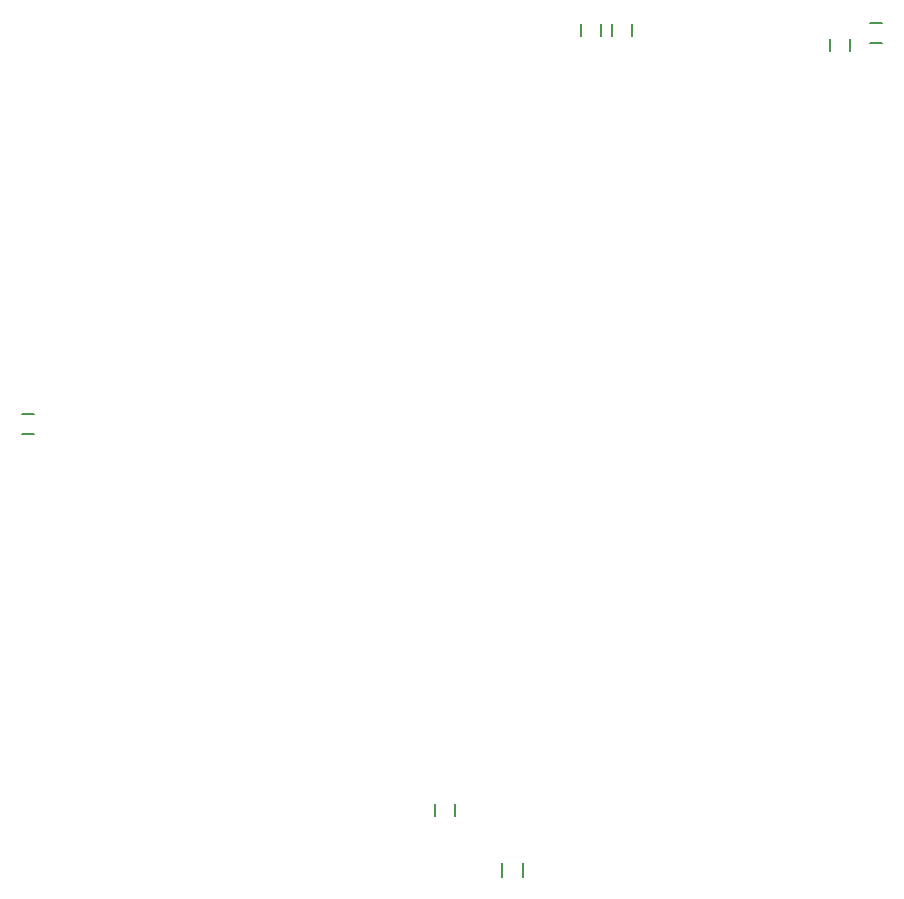
<source format=gbo>
G04 #@! TF.FileFunction,Legend,Bot*
%FSLAX46Y46*%
G04 Gerber Fmt 4.6, Leading zero omitted, Abs format (unit mm)*
G04 Created by KiCad (PCBNEW 4.0.1-stable) date Tuesday, April 05, 2016 'PMt' 08:52:22 PM*
%MOMM*%
G01*
G04 APERTURE LIST*
%ADD10C,0.100000*%
%ADD11C,0.150000*%
G04 APERTURE END LIST*
D10*
D11*
X167425000Y-138930000D02*
X167425000Y-137930000D01*
X169125000Y-137930000D02*
X169125000Y-138930000D01*
X181444000Y-71890000D02*
X181444000Y-72890000D01*
X179744000Y-72890000D02*
X179744000Y-71890000D01*
X202526000Y-73160000D02*
X202526000Y-74160000D01*
X200826000Y-74160000D02*
X200826000Y-73160000D01*
X204224000Y-71794000D02*
X205224000Y-71794000D01*
X205224000Y-73494000D02*
X204224000Y-73494000D01*
X184111000Y-71890000D02*
X184111000Y-72890000D01*
X182411000Y-72890000D02*
X182411000Y-71890000D01*
X132469000Y-104941000D02*
X133469000Y-104941000D01*
X133469000Y-106641000D02*
X132469000Y-106641000D01*
X173115000Y-142910000D02*
X173115000Y-144110000D01*
X174865000Y-144110000D02*
X174865000Y-142910000D01*
M02*

</source>
